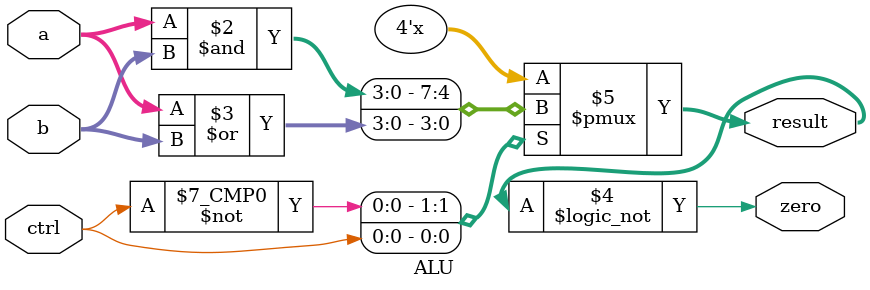
<source format=sv>
`timescale 1ns / 1ps
module ALU(
    input [3:0] a,
    input [3:0] b,
    input [0:0] ctrl,
    output zero,
    output reg [3:0] result
    );
	 
    always @ * begin
	case (ctrl)
	  1'b0: result = a & b;
	  1'b1: result = a | b;
	endcase
    end
	
    assign zero = (result == 0);

endmodule

</source>
